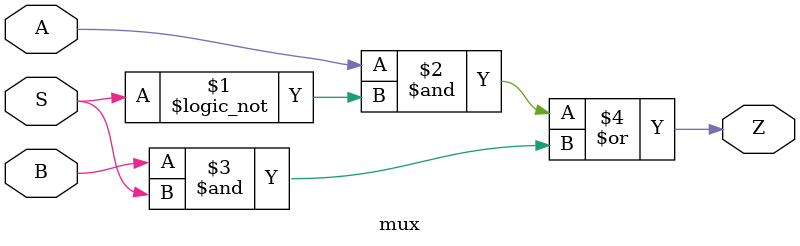
<source format=sv>
module mux(Z, A,B,S);
  output Z;
  input A,B,S;
  
  assign Z = (A&!S) | (B&S);
endmodule

</source>
